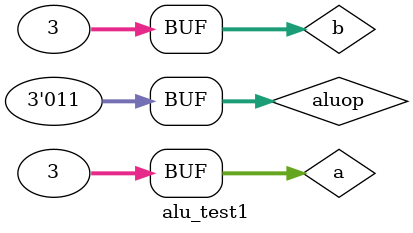
<source format=v>
`timescale 1ns / 1ps


module alu_test1;

	// Inputs
	reg [31:0] a;
	reg [31:0] b;
	reg [2:0] aluop;

	// Outputs
	wire [31:0] out;
	wire zero;

	// Instantiate the Unit Under Test (UUT)
	alu uut (
		.a(a), 
		.b(b), 
		.out(out), 
		.zero(zero), 
		.aluop(aluop)
	);

	initial begin
		// Initialize Inputs
		a = 0;
		b = 0;
		aluop = 0;

		// Wait 100 ns for global reset to finish
		#100;
        
		// Add stimulus here
		a = 1;
		b = 2;
		#100;
		aluop = 1;
		#100;
		aluop = 2;
		#100;
		a = 3;
		b = 3;
		aluop = 1;
		#100;
		a = 3;
		b = 3;
		aluop = 3;

	end
      
endmodule


</source>
